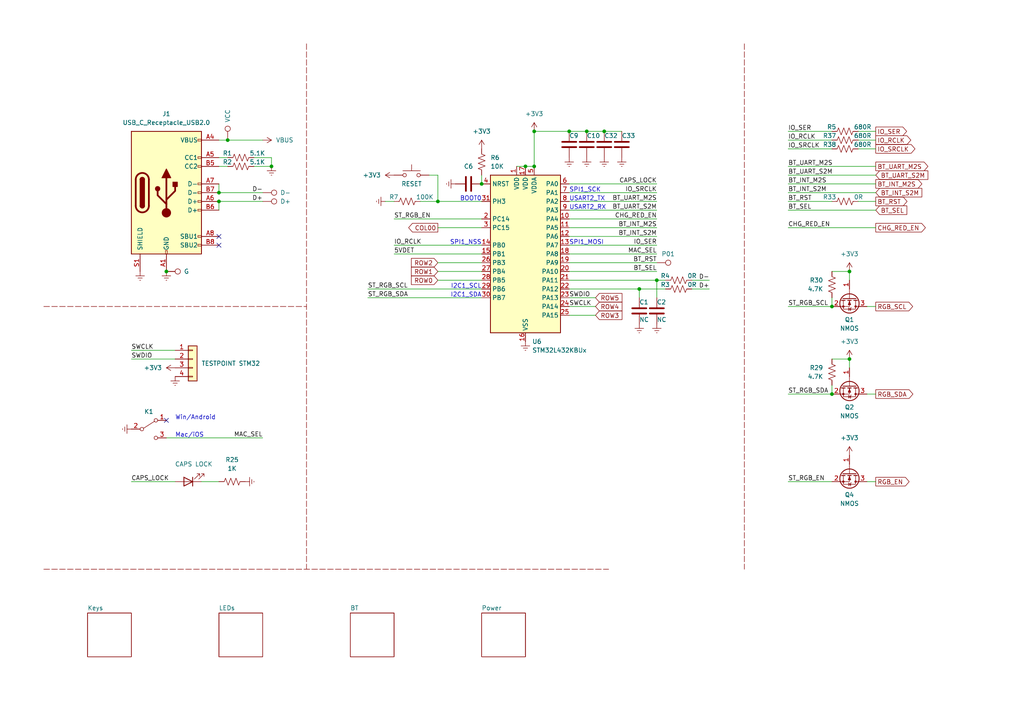
<source format=kicad_sch>
(kicad_sch (version 20230121) (generator eeschema)
  (paper "A4")
  (title_block (title "Keychron K3 Pro") (date "2023-07-04"))
  (lib_symbols
    (symbol "Connector:TestPoint" (pin_numbers hide) (pin_names (offset 0.762) hide)
      (property "Reference" "TP" (at 0 6.858 0))
      (property "Value" "TestPoint" (at 0 5.08 0))
      (symbol "TestPoint_0_1"
        (circle (center 0 3.302) (radius 0.762))
      )
      (symbol "TestPoint_1_1"
        (pin passive line (at 0 0 90) (length 2.54) (name "1") (number "1"))
      )
    )
    (symbol "Connector:USB_C_Receptacle_USB2.0" (pin_names (offset 1.016))
      (property "Reference" "J" (at -10.16 19.05 0))
      (property "Value" "USB_C_Receptacle_USB2.0" (at 19.05 19.05 0))
      (symbol "USB_C_Receptacle_USB2.0_0_0"
        (rectangle (start -0.254 -17.78) (end 0.254 -16.764))
        (rectangle (start 10.16 -14.986) (end 9.144 -15.494))
        (rectangle (start 10.16 -12.446) (end 9.144 -12.954))
        (rectangle (start 10.16 -4.826) (end 9.144 -5.334))
        (rectangle (start 10.16 -2.286) (end 9.144 -2.794))
        (rectangle (start 10.16 0.254) (end 9.144 -0.254))
        (rectangle (start 10.16 2.794) (end 9.144 2.286))
        (rectangle (start 10.16 7.874) (end 9.144 7.366))
        (rectangle (start 10.16 10.414) (end 9.144 9.906))
        (rectangle (start 10.16 15.494) (end 9.144 14.986))
      )
      (symbol "USB_C_Receptacle_USB2.0_0_1"
        (rectangle (start -10.16 17.78) (end 10.16 -17.78) (stroke (width 0.254)) (fill (type background)))
        (arc (start -8.89 -3.81) (mid -6.985 -5.7067) (end -5.08 -3.81) (stroke (width 0.508)))
        (arc (start -7.62 -3.81) (mid -6.985 -4.4423) (end -6.35 -3.81) (stroke (width 0.254)))
        (arc (start -7.62 -3.81) (mid -6.985 -4.4423) (end -6.35 -3.81) (stroke (width 0.254)) (fill (type outline)))
        (rectangle (start -7.62 -3.81) (end -6.35 3.81) (stroke (width 0.254)) (fill (type outline)))
        (arc (start -6.35 3.81) (mid -6.985 4.4423) (end -7.62 3.81) (stroke (width 0.254)))
        (arc (start -6.35 3.81) (mid -6.985 4.4423) (end -7.62 3.81) (stroke (width 0.254)) (fill (type outline)))
        (arc (start -5.08 3.81) (mid -6.985 5.7067) (end -8.89 3.81) (stroke (width 0.508)))
        (circle (center -2.54 1.143) (radius 0.635) (stroke (width 0.254)) (fill (type outline)))
        (circle (center 0 -5.842) (radius 1.27) (fill (type outline)))
        (polyline (pts (xy -8.89 -3.81) (xy -8.89 3.81)) (stroke (width 0.508)))
        (polyline (pts (xy -5.08 3.81) (xy -5.08 -3.81)) (stroke (width 0.508)))
        (polyline (pts (xy 0 -5.842) (xy 0 4.318)) (stroke (width 0.508)))
        (polyline (pts (xy 0 -3.302) (xy -2.54 -0.762) (xy -2.54 0.508)) (stroke (width 0.508)))
        (polyline (pts (xy 0 -2.032) (xy 2.54 0.508) (xy 2.54 1.778)) (stroke (width 0.508)))
        (polyline (pts (xy -1.27 4.318) (xy 0 6.858) (xy 1.27 4.318) (xy -1.27 4.318)) (stroke (width 0.254)) (fill (type outline)))
        (rectangle (start 1.905 1.778) (end 3.175 3.048) (stroke (width 0.254)) (fill (type outline)))
      )
      (symbol "USB_C_Receptacle_USB2.0_1_1"
        (pin passive line (at 0 -22.86 90) (length 5.08) (name "GND") (number "A1"))
        (pin passive line (at 0 -22.86 90) (length 5.08) hide (name "GND") (number "A12"))
        (pin passive line (at 15.24 15.24 180) (length 5.08) (name "VBUS") (number "A4"))
        (pin bidirectional line (at 15.24 10.16 180) (length 5.08) (name "CC1") (number "A5"))
        (pin bidirectional line (at 15.24 -2.54 180) (length 5.08) (name "D+") (number "A6"))
        (pin bidirectional line (at 15.24 2.54 180) (length 5.08) (name "D-") (number "A7"))
        (pin bidirectional line (at 15.24 -12.7 180) (length 5.08) (name "SBU1") (number "A8"))
        (pin passive line (at 15.24 15.24 180) (length 5.08) hide (name "VBUS") (number "A9"))
        (pin passive line (at 0 -22.86 90) (length 5.08) hide (name "GND") (number "B1"))
        (pin passive line (at 0 -22.86 90) (length 5.08) hide (name "GND") (number "B12"))
        (pin passive line (at 15.24 15.24 180) (length 5.08) hide (name "VBUS") (number "B4"))
        (pin bidirectional line (at 15.24 7.62 180) (length 5.08) (name "CC2") (number "B5"))
        (pin bidirectional line (at 15.24 -5.08 180) (length 5.08) (name "D+") (number "B6"))
        (pin bidirectional line (at 15.24 0 180) (length 5.08) (name "D-") (number "B7"))
        (pin bidirectional line (at 15.24 -15.24 180) (length 5.08) (name "SBU2") (number "B8"))
        (pin passive line (at 15.24 15.24 180) (length 5.08) hide (name "VBUS") (number "B9"))
        (pin passive line (at -7.62 -22.86 90) (length 5.08) (name "SHIELD") (number "S1"))
      )
    )
    (symbol "Connector_Generic:Conn_01x04" (pin_names (offset 1.016) hide)
      (property "Reference" "J" (at 0 5.08 0))
      (property "Value" "Conn_01x04" (at 0 -7.62 0))
      (symbol "Conn_01x04_1_1"
        (rectangle (start -1.27 -4.953) (end 0 -5.207) (stroke (width 0.1524)))
        (rectangle (start -1.27 -2.413) (end 0 -2.667) (stroke (width 0.1524)))
        (rectangle (start -1.27 0.127) (end 0 -0.127) (stroke (width 0.1524)))
        (rectangle (start -1.27 2.667) (end 0 2.413) (stroke (width 0.1524)))
        (rectangle (start -1.27 3.81) (end 1.27 -6.35) (stroke (width 0.254)) (fill (type background)))
        (pin passive line (at -5.08 2.54 0) (length 3.81) (name "Pin_1") (number "1"))
        (pin passive line (at -5.08 0 0) (length 3.81) (name "Pin_2") (number "2"))
        (pin passive line (at -5.08 -2.54 0) (length 3.81) (name "Pin_3") (number "3"))
        (pin passive line (at -5.08 -5.08 0) (length 3.81) (name "Pin_4") (number "4"))
      )
    )
    (symbol "Device:C" (pin_numbers hide) (pin_names (offset 0.254))
      (property "Reference" "C" (at 0.635 2.54 0))
      (property "Value" "C" (at 0.635 -2.54 0))
      (symbol "C_0_1"
        (polyline (pts (xy -2.032 -0.762) (xy 2.032 -0.762)) (stroke (width 0.508)))
        (polyline (pts (xy -2.032 0.762) (xy 2.032 0.762)) (stroke (width 0.508)))
      )
      (symbol "C_1_1"
        (pin passive line (at 0 3.81 270) (length 2.794) (name "~") (number "1"))
        (pin passive line (at 0 -3.81 90) (length 2.794) (name "~") (number "2"))
      )
    )
    (symbol "Device:LED" (pin_numbers hide) (pin_names (offset 1.016) hide)
      (property "Reference" "D" (at 0 2.54 0))
      (property "Value" "LED" (at 0 -2.54 0))
      (symbol "LED_0_1"
        (polyline (pts (xy -1.27 -1.27) (xy -1.27 1.27)) (stroke (width 0.254)))
        (polyline (pts (xy -1.27 0) (xy 1.27 0)))
        (polyline (pts (xy 1.27 -1.27) (xy 1.27 1.27) (xy -1.27 0) (xy 1.27 -1.27)) (stroke (width 0.254)))
        (polyline (pts (xy -3.048 -0.762) (xy -4.572 -2.286) (xy -3.81 -2.286) (xy -4.572 -2.286) (xy -4.572 -1.524)))
        (polyline (pts (xy -1.778 -0.762) (xy -3.302 -2.286) (xy -2.54 -2.286) (xy -3.302 -2.286) (xy -3.302 -1.524)))
      )
      (symbol "LED_1_1"
        (pin passive line (at -3.81 0 0) (length 2.54) (name "K") (number "1"))
        (pin passive line (at 3.81 0 180) (length 2.54) (name "A") (number "2"))
      )
    )
    (symbol "Device:Q_NMOS_GSD" (pin_names (offset 0) hide)
      (property "Reference" "Q" (at 5.08 1.27 0))
      (property "Value" "Q_NMOS_GSD" (at 5.08 -1.27 0))
      (symbol "Q_NMOS_GSD_0_1"
        (polyline (pts (xy 0.254 0) (xy -2.54 0)))
        (polyline (pts (xy 0.254 1.905) (xy 0.254 -1.905)) (stroke (width 0.254)))
        (polyline (pts (xy 0.762 -1.27) (xy 0.762 -2.286)) (stroke (width 0.254)))
        (polyline (pts (xy 0.762 0.508) (xy 0.762 -0.508)) (stroke (width 0.254)))
        (polyline (pts (xy 0.762 2.286) (xy 0.762 1.27)) (stroke (width 0.254)))
        (polyline (pts (xy 2.54 2.54) (xy 2.54 1.778)))
        (polyline (pts (xy 2.54 -2.54) (xy 2.54 0) (xy 0.762 0)))
        (polyline (pts (xy 0.762 -1.778) (xy 3.302 -1.778) (xy 3.302 1.778) (xy 0.762 1.778)))
        (polyline (pts (xy 1.016 0) (xy 2.032 0.381) (xy 2.032 -0.381) (xy 1.016 0)) (fill (type outline)))
        (polyline (pts (xy 2.794 0.508) (xy 2.921 0.381) (xy 3.683 0.381) (xy 3.81 0.254)))
        (polyline (pts (xy 3.302 0.381) (xy 2.921 -0.254) (xy 3.683 -0.254) (xy 3.302 0.381)))
        (circle (center 1.651 0) (radius 2.794) (stroke (width 0.254)))
        (circle (center 2.54 -1.778) (radius 0.254) (fill (type outline)))
        (circle (center 2.54 1.778) (radius 0.254) (fill (type outline)))
      )
      (symbol "Q_NMOS_GSD_1_1"
        (pin input line (at -5.08 0 0) (length 2.54) (name "G") (number "1"))
        (pin passive line (at 2.54 -5.08 90) (length 2.54) (name "S") (number "2"))
        (pin passive line (at 2.54 5.08 270) (length 2.54) (name "D") (number "3"))
      )
    )
    (symbol "Device:R_US" (pin_numbers hide) (pin_names (offset 0))
      (property "Reference" "R" (at 2.54 0 90))
      (property "Value" "R_US" (at -2.54 0 90))
      (symbol "R_US_0_1"
        (polyline (pts (xy 0 -2.286) (xy 0 -2.54)))
        (polyline (pts (xy 0 2.286) (xy 0 2.54)))
        (polyline (pts (xy 0 -0.762) (xy 1.016 -1.143) (xy 0 -1.524) (xy -1.016 -1.905) (xy 0 -2.286)))
        (polyline (pts (xy 0 0.762) (xy 1.016 0.381) (xy 0 0) (xy -1.016 -0.381) (xy 0 -0.762)))
        (polyline (pts (xy 0 2.286) (xy 1.016 1.905) (xy 0 1.524) (xy -1.016 1.143) (xy 0 0.762)))
      )
      (symbol "R_US_1_1"
        (pin passive line (at 0 3.81 270) (length 1.27) (name "~") (number "1"))
        (pin passive line (at 0 -3.81 90) (length 1.27) (name "~") (number "2"))
      )
    )
    (symbol "MCU_ST_STM32L4:STM32L432KBUx"
      (property "Reference" "U" (at -10.16 24.13 0))
      (property "Value" "STM32L432KBUx" (at 5.08 24.13 0))
      (symbol "STM32L432KBUx_0_1"
        (rectangle (start -10.16 -22.86) (end 10.16 22.86) (stroke (width 0.254)) (fill (type background)))
      )
      (symbol "STM32L432KBUx_1_1"
        (pin power_in line (at -2.54 25.4 270) (length 2.54) (name "VDD") (number "1"))
        (pin bidirectional line (at 12.7 10.16 180) (length 2.54) (name "PA4") (number "10"))
        (pin bidirectional line (at 12.7 7.62 180) (length 2.54) (name "PA5") (number "11"))
        (pin bidirectional line (at 12.7 5.08 180) (length 2.54) (name "PA6") (number "12"))
        (pin bidirectional line (at 12.7 2.54 180) (length 2.54) (name "PA7") (number "13"))
        (pin bidirectional line (at -12.7 2.54 0) (length 2.54) (name "PB0") (number "14"))
        (pin bidirectional line (at -12.7 0 0) (length 2.54) (name "PB1") (number "15"))
        (pin power_in line (at 0 -25.4 90) (length 2.54) (name "VSS") (number "16"))
        (pin power_in line (at 0 25.4 270) (length 2.54) (name "VDD") (number "17"))
        (pin bidirectional line (at 12.7 0 180) (length 2.54) (name "PA8") (number "18"))
        (pin bidirectional line (at 12.7 -2.54 180) (length 2.54) (name "PA9") (number "19"))
        (pin bidirectional line (at -12.7 10.16 0) (length 2.54) (name "PC14") (number "2"))
        (pin bidirectional line (at 12.7 -5.08 180) (length 2.54) (name "PA10") (number "20"))
        (pin bidirectional line (at 12.7 -7.62 180) (length 2.54) (name "PA11") (number "21"))
        (pin bidirectional line (at 12.7 -10.16 180) (length 2.54) (name "PA12") (number "22"))
        (pin bidirectional line (at 12.7 -12.7 180) (length 2.54) (name "PA13") (number "23"))
        (pin bidirectional line (at 12.7 -15.24 180) (length 2.54) (name "PA14") (number "24"))
        (pin bidirectional line (at 12.7 -17.78 180) (length 2.54) (name "PA15") (number "25"))
        (pin bidirectional line (at -12.7 -2.54 0) (length 2.54) (name "PB3") (number "26"))
        (pin bidirectional line (at -12.7 -5.08 0) (length 2.54) (name "PB4") (number "27"))
        (pin bidirectional line (at -12.7 -7.62 0) (length 2.54) (name "PB5") (number "28"))
        (pin bidirectional line (at -12.7 -10.16 0) (length 2.54) (name "PB6") (number "29"))
        (pin bidirectional line (at -12.7 7.62 0) (length 2.54) (name "PC15") (number "3"))
        (pin bidirectional line (at -12.7 -12.7 0) (length 2.54) (name "PB7") (number "30"))
        (pin bidirectional line (at -12.7 15.24 0) (length 2.54) (name "PH3") (number "31"))
        (pin passive line (at 0 -25.4 90) (length 2.54) hide (name "VSS") (number "32"))
        (pin passive line (at 0 -25.4 90) (length 2.54) hide (name "VSS") (number "33"))
        (pin input line (at -12.7 20.32 0) (length 2.54) (name "NRST") (number "4"))
        (pin power_in line (at 2.54 25.4 270) (length 2.54) (name "VDDA") (number "5"))
        (pin bidirectional line (at 12.7 20.32 180) (length 2.54) (name "PA0") (number "6"))
        (pin bidirectional line (at 12.7 17.78 180) (length 2.54) (name "PA1") (number "7"))
        (pin bidirectional line (at 12.7 15.24 180) (length 2.54) (name "PA2") (number "8"))
        (pin bidirectional line (at 12.7 12.7 180) (length 2.54) (name "PA3") (number "9"))
      )
    )
    (symbol "Switch:SW_Push" (pin_numbers hide) (pin_names (offset 1.016) hide)
      (property "Reference" "SW" (at 1.27 2.54 0))
      (property "Value" "SW_Push" (at 0 -1.524 0))
      (symbol "SW_Push_0_1"
        (circle (center -2.032 0) (radius 0.508))
        (polyline (pts (xy 0 1.27) (xy 0 3.048)))
        (polyline (pts (xy 2.54 1.27) (xy -2.54 1.27)))
        (circle (center 2.032 0) (radius 0.508))
        (pin passive line (at -5.08 0 0) (length 2.54) (name "1") (number "1"))
        (pin passive line (at 5.08 0 180) (length 2.54) (name "2") (number "2"))
      )
    )
    (symbol "Switch:SW_SPDT" (pin_names (offset 0) hide)
      (property "Reference" "SW" (at 0 4.318 0))
      (property "Value" "SW_SPDT" (at 0 -5.08 0))
      (symbol "SW_SPDT_0_0"
        (circle (center -2.032 0) (radius 0.508))
        (circle (center 2.032 -2.54) (radius 0.508))
      )
      (symbol "SW_SPDT_0_1"
        (polyline (pts (xy -1.524 0.254) (xy 1.651 2.286)))
        (circle (center 2.032 2.54) (radius 0.508))
      )
      (symbol "SW_SPDT_1_1"
        (pin passive line (at 5.08 2.54 180) (length 2.54) (name "A") (number "1"))
        (pin passive line (at -5.08 0 0) (length 2.54) (name "B") (number "2"))
        (pin passive line (at 5.08 -2.54 180) (length 2.54) (name "C") (number "3"))
      )
    )
    (symbol "power:+3V3" (power) (pin_names (offset 0))
      (property "Value" "+3V3" (at 0 3.556 0))
      (symbol "+3V3_0_1"
        (polyline (pts (xy -0.762 1.27) (xy 0 2.54)))
        (polyline (pts (xy 0 0) (xy 0 2.54)))
        (polyline (pts (xy 0 2.54) (xy 0.762 1.27)))
      )
      (symbol "+3V3_1_1"
        (pin power_in line (at 0 0 90) (length 0) hide (name "+3V3") (number "1"))
      )
    )
    (symbol "power:GNDREF" (power) (pin_names (offset 0))
      (property "Value" "GNDREF" (at 0 -3.81 0))
      (symbol "GNDREF_0_1"
        (polyline (pts (xy -0.635 -1.905) (xy 0.635 -1.905)))
        (polyline (pts (xy -0.127 -2.54) (xy 0.127 -2.54)))
        (polyline (pts (xy 0 -1.27) (xy 0 0)))
        (polyline (pts (xy 1.27 -1.27) (xy -1.27 -1.27)))
      )
      (symbol "GNDREF_1_1"
        (pin power_in line (at 0 0 270) (length 0) hide (name "GNDREF") (number "1"))
      )
    )
    (symbol "power:VBUS" (power) (pin_names (offset 0))
      (property "Value" "VBUS" (at 0 3.81 0))
      (symbol "VBUS_0_1"
        (polyline (pts (xy -0.762 1.27) (xy 0 2.54)))
        (polyline (pts (xy 0 0) (xy 0 2.54)))
        (polyline (pts (xy 0 2.54) (xy 0.762 1.27)))
      )
      (symbol "VBUS_1_1"
        (pin power_in line (at 0 0 90) (length 0) hide (name "VBUS") (number "1"))
      )
    )
  )
  (junction (at 190.5 81.28))
  (junction (at 165.1 38.1))
  (junction (at 175.26 38.1))
  (junction (at 48.26 78.74))
  (junction (at 66.04 40.64))
  (junction (at 185.42 83.82))
  (junction (at 154.94 48.26))
  (junction (at 152.4 48.26))
  (junction (at 139.7 53.34))
  (junction (at 63.5 58.42))
  (junction (at 63.5 55.88))
  (junction (at 127 58.42))
  (junction (at 241.3 88.9))
  (junction (at 246.38 78.74))
  (junction (at 170.18 38.1))
  (junction (at 154.94 38.1))
  (junction (at 241.3 114.3))
  (junction (at 246.38 104.14))
  (junction (at 78.74 48.26))
  (no_connect (at 63.5 68.58))
  (no_connect (at 63.5 71.12))
  (no_connect (at 48.26 121.92))
  (wire (pts (xy 38.1 104.14) (xy 50.8 104.14)))
  (wire (pts (xy 228.6 139.7) (xy 241.3 139.7)))
  (wire (pts (xy 58.42 139.7) (xy 63.5 139.7)))
  (wire (pts (xy 246.38 78.74) (xy 246.38 81.28)))
  (wire (pts (xy 170.18 38.1) (xy 175.26 38.1)))
  (wire (pts (xy 228.6 40.64) (xy 241.3 40.64)))
  (wire (pts (xy 38.1 139.7) (xy 50.8 139.7)))
  (wire (pts (xy 185.42 83.82) (xy 185.42 86.36)))
  (wire (pts (xy 154.94 38.1) (xy 154.94 48.26)))
  (wire (pts (xy 63.5 58.42) (xy 63.5 60.96)))
  (wire (pts (xy 190.5 81.28) (xy 190.5 86.36)))
  (wire (pts (xy 241.3 104.14) (xy 246.38 104.14)))
  (wire (pts (xy 127 50.8) (xy 124.46 50.8)))
  (wire (pts (xy 76.2 58.42) (xy 63.5 58.42)))
  (wire (pts (xy 165.1 68.58) (xy 190.5 68.58)))
  (wire (pts (xy 165.1 86.36) (xy 172.72 86.36)))
  (wire (pts (xy 190.5 55.88) (xy 165.1 55.88)))
  (wire (pts (xy 165.1 91.44) (xy 172.72 91.44)))
  (wire (pts (xy 228.6 58.42) (xy 241.3 58.42)))
  (wire (pts (xy 114.3 71.12) (xy 139.7 71.12)))
  (wire (pts (xy 241.3 86.36) (xy 241.3 88.9)))
  (wire (pts (xy 248.92 38.1) (xy 254 38.1)))
  (wire (pts (xy 228.6 114.3) (xy 241.3 114.3)))
  (wire (pts (xy 165.1 73.66) (xy 190.5 73.66)))
  (wire (pts (xy 165.1 60.96) (xy 190.5 60.96)))
  (wire (pts (xy 200.66 83.82) (xy 205.74 83.82)))
  (wire (pts (xy 154.94 38.1) (xy 165.1 38.1)))
  (wire (pts (xy 246.38 104.14) (xy 246.38 106.68)))
  (wire (pts (xy 254 40.64) (xy 248.92 40.64)))
  (wire (pts (xy 241.3 78.74) (xy 246.38 78.74)))
  (wire (pts (xy 165.1 81.28) (xy 190.5 81.28)))
  (wire (pts (xy 254 43.18) (xy 248.92 43.18)))
  (wire (pts (xy 106.68 83.82) (xy 139.7 83.82)))
  (wire (pts (xy 63.5 40.64) (xy 66.04 40.64)))
  (wire (pts (xy 165.1 66.04) (xy 190.5 66.04)))
  (wire (pts (xy 190.5 81.28) (xy 193.04 81.28)))
  (wire (pts (xy 228.6 48.26) (xy 254 48.26)))
  (wire (pts (xy 48.26 127) (xy 76.2 127)))
  (wire (pts (xy 127 81.28) (xy 139.7 81.28)))
  (wire (pts (xy 63.5 48.26) (xy 66.04 48.26)))
  (wire (pts (xy 165.1 76.2) (xy 190.5 76.2)))
  (wire (pts (xy 228.6 50.8) (xy 254 50.8)))
  (wire (pts (xy 127 78.74) (xy 139.7 78.74)))
  (wire (pts (xy 63.5 45.72) (xy 66.04 45.72)))
  (wire (pts (xy 165.1 38.1) (xy 170.18 38.1)))
  (wire (pts (xy 114.3 63.5) (xy 139.7 63.5)))
  (wire (pts (xy 165.1 58.42) (xy 190.5 58.42)))
  (wire (pts (xy 185.42 83.82) (xy 193.04 83.82)))
  (wire (pts (xy 139.7 50.8) (xy 139.7 53.34)))
  (wire (pts (xy 254 139.7) (xy 251.46 139.7)))
  (wire (pts (xy 254 88.9) (xy 251.46 88.9)))
  (wire (pts (xy 152.4 48.26) (xy 154.94 48.26)))
  (wire (pts (xy 228.6 53.34) (xy 254 53.34)))
  (wire (pts (xy 106.68 86.36) (xy 139.7 86.36)))
  (wire (pts (xy 127 66.04) (xy 139.7 66.04)))
  (wire (pts (xy 228.6 60.96) (xy 254 60.96)))
  (wire (pts (xy 73.66 48.26) (xy 78.74 48.26)))
  (polyline (pts (xy 88.9 12.7) (xy 88.9 165.1)) (stroke (width 0) (type dash) (color 132 0 0 1)))
  (wire (pts (xy 63.5 55.88) (xy 76.2 55.88)))
  (wire (pts (xy 228.6 55.88) (xy 254 55.88)))
  (wire (pts (xy 228.6 43.18) (xy 241.3 43.18)))
  (wire (pts (xy 165.1 83.82) (xy 185.42 83.82)))
  (wire (pts (xy 165.1 63.5) (xy 190.5 63.5)))
  (wire (pts (xy 78.74 45.72) (xy 78.74 48.26)))
  (wire (pts (xy 228.6 66.04) (xy 254 66.04)))
  (wire (pts (xy 165.1 88.9) (xy 172.72 88.9)))
  (polyline (pts (xy 12.7 88.9) (xy 88.9 88.9)) (stroke (width 0) (type dash) (color 132 0 0 1)))
  (wire (pts (xy 114.3 73.66) (xy 139.7 73.66)))
  (wire (pts (xy 200.66 81.28) (xy 205.74 81.28)))
  (wire (pts (xy 165.1 53.34) (xy 190.5 53.34)))
  (wire (pts (xy 228.6 88.9) (xy 241.3 88.9)))
  (polyline (pts (xy 12.7 165.1) (xy 176.53 165.1)) (stroke (width 0) (type dash) (color 132 0 0 1)))
  (wire (pts (xy 127 58.42) (xy 139.7 58.42)))
  (wire (pts (xy 127 76.2) (xy 139.7 76.2)))
  (wire (pts (xy 127 58.42) (xy 121.92 58.42)))
  (wire (pts (xy 228.6 38.1) (xy 241.3 38.1)))
  (wire (pts (xy 66.04 40.64) (xy 76.2 40.64)))
  (wire (pts (xy 241.3 111.76) (xy 241.3 114.3)))
  (wire (pts (xy 149.86 48.26) (xy 152.4 48.26)))
  (wire (pts (xy 127 50.8) (xy 127 58.42)))
  (wire (pts (xy 190.5 71.12) (xy 165.1 71.12)))
  (wire (pts (xy 111.76 58.42) (xy 114.3 58.42)))
  (wire (pts (xy 175.26 38.1) (xy 180.34 38.1)))
  (wire (pts (xy 63.5 53.34) (xy 63.5 55.88)))
  (wire (pts (xy 73.66 45.72) (xy 78.74 45.72)))
  (wire (pts (xy 38.1 101.6) (xy 50.8 101.6)))
  (wire (pts (xy 254 114.3) (xy 251.46 114.3)))
  (polyline (pts (xy 215.9 12.7) (xy 215.9 165.1)) (stroke (width 0) (type dash) (color 132 0 0 1)))
  (wire (pts (xy 248.92 58.42) (xy 254 58.42)))
  (wire (pts (xy 165.1 78.74) (xy 190.5 78.74)))
  (text "USART2_RX" (at 165.1 60.96 0) (effects (font (size 1.27 1.27)) (justify left bottom)))
  (text "SPI1_NSS" (at 139.7 71.12 0) (effects (font (size 1.27 1.27)) (justify right bottom)))
  (text "I2C1_SDA" (at 139.7 86.36 0) (effects (font (size 1.27 1.27)) (justify right bottom)))
  (text "SPI1_MOSI" (at 165.1 71.12 0) (effects (font (size 1.27 1.27)) (justify left bottom)))
  (text "Mac/iOS" (at 50.8 127 0) (effects (font (size 1.27 1.27)) (justify left bottom)))
  (text "BOOT0" (at 139.7 58.42 0) (effects (font (size 1.27 1.27)) (justify right bottom)))
  (text "I2C1_SCL" (at 139.7 83.82 0) (effects (font (size 1.27 1.27)) (justify right bottom)))
  (text "USART2_TX" (at 165.1 58.42 0) (effects (font (size 1.27 1.27)) (justify left bottom)))
  (text "SPI1_SCK" (at 165.1 55.88 0) (effects (font (size 1.27 1.27)) (justify left bottom)))
  (text "Win/Android" (at 50.8 121.92 0) (effects (font (size 1.27 1.27)) (justify left bottom)))
  (label "IO_SER" (at 228.6 38.1 0))
  (label "MAC_SEL" (at 76.2 127 180))
  (label "BT_UART_M2S" (at 228.6 48.26 0))
  (label "SWCLK" (at 165.1 88.9 0))
  (label "IO_SRCLK" (at 228.6 43.18 0))
  (label "BT_INT_M2S" (at 190.5 66.04 180))
  (label "BT_SEL" (at 190.5 78.74 180))
  (label "IO_SER" (at 190.5 71.12 180))
  (label "D-" (at 205.74 81.28 180))
  (label "ST_RGB_SCL" (at 228.6 88.9 0))
  (label "ST_RGB_EN" (at 114.3 63.5 0))
  (label "5VDET" (at 114.3 73.66 0))
  (label "D+" (at 205.74 83.82 180))
  (label "CAPS_LOCK" (at 38.1 139.7 0))
  (label "MAC_SEL" (at 190.5 73.66 180))
  (label "ST_RGB_SDA" (at 106.68 86.36 0))
  (label "IO_SRCLK" (at 190.5 55.88 180))
  (label "BT_INT_M2S" (at 228.6 53.34 0))
  (label "SWCLK" (at 38.1 101.6 0))
  (label "BT_UART_S2M" (at 228.6 50.8 0))
  (label "ST_RGB_EN" (at 228.6 139.7 0))
  (label "CHG_RED_EN" (at 228.6 66.04 0))
  (label "SWDIO" (at 165.1 86.36 0))
  (label "BT_RST" (at 190.5 76.2 180))
  (label "CHG_RED_EN" (at 190.5 63.5 180))
  (label "BT_INT_S2M" (at 190.5 68.58 180))
  (label "BT_RST" (at 228.6 58.42 0))
  (label "SWDIO" (at 38.1 104.14 0))
  (label "BT_UART_M2S" (at 190.5 58.42 180))
  (label "IO_RCLK" (at 228.6 40.64 0))
  (label "BT_SEL" (at 228.6 60.96 0))
  (label "BT_INT_S2M" (at 228.6 55.88 0))
  (label "BT_UART_S2M" (at 190.5 60.96 180))
  (label "IO_RCLK" (at 114.3 71.12 0))
  (label "D+" (at 76.2 58.42 180))
  (label "CAPS_LOCK" (at 190.5 53.34 180))
  (label "D-" (at 76.2 55.88 180))
  (label "ST_RGB_SCL" (at 106.68 83.82 0))
  (label "ST_RGB_SDA" (at 228.6 114.3 0))
  (global_label "BT_UART_S2M" (shape input) (at 254 50.8 0) (property "Intersheetrefs" "${INTERSHEET_REFS}" (effects hide)))
  (global_label "CHG_RED_EN" (shape output) (at 254 66.04 0) (property "Intersheetrefs" "${INTERSHEET_REFS}" (effects hide)))
  (global_label "ROW1" (shape input) (at 127 78.74 180) (property "Intersheetrefs" "${INTERSHEET_REFS}" (effects hide)))
  (global_label "BT_RST" (shape output) (at 254 58.42 0) (property "Intersheetrefs" "${INTERSHEET_REFS}" (effects hide)))
  (global_label "IO_SRCLK" (shape output) (at 254 43.18 0) (property "Intersheetrefs" "${INTERSHEET_REFS}" (effects hide)))
  (global_label "RGB_SDA" (shape output) (at 254 114.3 0) (property "Intersheetrefs" "${INTERSHEET_REFS}" (effects hide)))
  (global_label "BT_INT_M2S" (shape output) (at 254 53.34 0) (property "Intersheetrefs" "${INTERSHEET_REFS}" (effects hide)))
  (global_label "RGB_SCL" (shape output) (at 254 88.9 0) (property "Intersheetrefs" "${INTERSHEET_REFS}" (effects hide)))
  (global_label "IO_RCLK" (shape output) (at 254 40.64 0) (property "Intersheetrefs" "${INTERSHEET_REFS}" (effects hide)))
  (global_label "IO_SER" (shape output) (at 254 38.1 0) (property "Intersheetrefs" "${INTERSHEET_REFS}" (effects hide)))
  (global_label "ROW0" (shape input) (at 127 81.28 180) (property "Intersheetrefs" "${INTERSHEET_REFS}" (effects hide)))
  (global_label "BT_UART_M2S" (shape output) (at 254 48.26 0) (property "Intersheetrefs" "${INTERSHEET_REFS}" (effects hide)))
  (global_label "RGB_EN" (shape output) (at 254 139.7 0) (property "Intersheetrefs" "${INTERSHEET_REFS}" (effects hide)))
  (global_label "COL00" (shape output) (at 127 66.04 180) (property "Intersheetrefs" "${INTERSHEET_REFS}" (effects hide)))
  (global_label "ROW3" (shape input) (at 172.72 91.44 0) (property "Intersheetrefs" "${INTERSHEET_REFS}" (effects hide)))
  (global_label "BT_INT_S2M" (shape input) (at 254 55.88 0) (property "Intersheetrefs" "${INTERSHEET_REFS}" (effects hide)))
  (global_label "ROW4" (shape input) (at 172.72 88.9 0) (property "Intersheetrefs" "${INTERSHEET_REFS}" (effects hide)))
  (global_label "BT_SEL" (shape input) (at 254 60.96 0) (property "Intersheetrefs" "${INTERSHEET_REFS}" (effects hide)))
  (global_label "ROW5" (shape input) (at 172.72 86.36 0) (property "Intersheetrefs" "${INTERSHEET_REFS}" (effects hide)))
  (global_label "ROW2" (shape input) (at 127 76.2 180) (property "Intersheetrefs" "${INTERSHEET_REFS}" (effects hide)))
  (symbol (lib_id "Connector:TestPoint") (at 190.5 76.2 270) (unit 1)
    (property "Reference" "P01" (at 193.802 73.66 90))
    (property "Value" "TestPoint" (effects hide))
  )
  (symbol (lib_id "Device:R_US") (at 245.11 40.64 90) (unit 1)
    (property "Reference" "R37" (at 242.57 39.37 90) (effects (justify left)))
    (property "Value" "680R" (at 247.65 39.37 90) (effects (justify right)))
  )
  (symbol (lib_id "Device:C") (at 175.26 41.91 0) (unit 1)
    (property "Reference" "C32" (at 175.26 39.37 0) (effects (justify left)))
    (property "Value" "C" (effects hide))
  )
  (symbol (lib_id "Connector:TestPoint") (at 76.2 55.88 270) (unit 1)
    (property "Reference" "TP5" (effects hide))
    (property "Value" "D-" (at 81.28 55.88 90) (effects (justify left)))
  )
  (symbol (lib_id "power:GNDREF") (at 48.26 78.74 0) (unit 1)
    (property "Reference" "#PWR03" (effects hide))
    (property "Value" "GNDREF" (effects hide))
  )
  (symbol (lib_id "power:GNDREF") (at 180.34 45.72 0) (unit 1)
    (property "Reference" "#PWR057" (effects hide))
    (property "Value" "GNDREF" (effects hide))
  )
  (symbol (lib_id "Connector:TestPoint") (at 48.26 78.74 270) (unit 1)
    (property "Reference" "TP3" (effects hide))
    (property "Value" "G" (at 53.34 78.74 90) (effects (justify left)))
  )
  (symbol (lib_id "Device:C") (at 165.1 41.91 0) (unit 1)
    (property "Reference" "C9" (at 165.1 39.37 0) (effects (justify left)))
    (property "Value" "C" (effects hide))
  )
  (symbol (lib_id "Device:R_US") (at 139.7 46.99 180) (unit 1)
    (property "Reference" "R6" (at 142.24 45.72 0) (effects (justify right)))
    (property "Value" "10K" (at 142.24 48.26 0) (effects (justify right)))
  )
  (symbol (lib_id "Device:C") (at 170.18 41.91 0) (unit 1)
    (property "Reference" "C10" (at 170.18 39.37 0) (effects (justify left)))
    (property "Value" "C" (effects hide))
  )
  (symbol (lib_id "power:GNDREF") (at 132.08 53.34 270) (unit 1)
    (property "Reference" "#PWR027" (effects hide))
    (property "Value" "GNDREF" (effects hide))
  )
  (symbol (lib_id "power:GNDREF") (at 71.12 139.7 90) (unit 1)
    (property "Reference" "#PWR068" (effects hide))
    (property "Value" "GNDREF" (effects hide))
  )
  (symbol (lib_id "Device:Q_NMOS_GSD") (at 246.38 111.76 270) (unit 1)
    (property "Reference" "Q2" (at 246.38 118.11 90))
    (property "Value" "NMOS" (at 246.38 120.65 90))
  )
  (symbol (lib_id "Device:R_US") (at 196.85 83.82 90) (unit 1)
    (property "Reference" "R3" (at 194.31 82.55 90) (effects (justify left)))
    (property "Value" "0R" (at 199.39 82.55 90) (effects (justify right)))
  )
  (symbol (lib_id "Device:R_US") (at 69.85 45.72 90) (unit 1)
    (property "Reference" "R1" (at 67.31 44.45 90) (effects (justify left)))
    (property "Value" "5.1K" (at 72.39 44.45 90) (effects (justify right)))
  )
  (symbol (lib_id "Device:R_US") (at 67.31 139.7 90) (unit 1)
    (property "Reference" "R25" (at 67.31 133.35 90))
    (property "Value" "1K" (at 67.31 135.89 90))
  )
  (symbol (lib_id "power:GNDREF") (at 175.26 45.72 0) (unit 1)
    (property "Reference" "#PWR056" (effects hide))
    (property "Value" "GNDREF" (effects hide))
  )
  (symbol (lib_id "power:+3V3") (at 114.3 50.8 90) (unit 1)
    (property "Reference" "#PWR026" (effects hide))
    (property "Value" "+3V3" (at 110.49 50.8 90) (effects (justify left)))
  )
  (symbol (lib_id "power:+3V3") (at 50.8 106.68 90) (unit 1)
    (property "Reference" "#PWR010" (effects hide))
    (property "Value" "+3V3" (at 46.99 106.68 90) (effects (justify left)))
  )
  (symbol (lib_id "Device:R_US") (at 241.3 107.95 180) (unit 1)
    (property "Reference" "R29" (at 238.76 106.68 0) (effects (justify left)))
    (property "Value" "4.7K" (at 238.76 109.22 0) (effects (justify left)))
  )
  (symbol (lib_id "Switch:SW_Push") (at 119.38 50.8 0) (unit 1)
    (property "Reference" "RESET" (at 119.38 53.34 0))
    (property "Value" "RESET" (effects hide))
  )
  (symbol (lib_id "Device:R_US") (at 196.85 81.28 90) (unit 1)
    (property "Reference" "R4" (at 194.31 80.01 90) (effects (justify left)))
    (property "Value" "0R" (at 199.39 80.01 90) (effects (justify right)))
  )
  (symbol (lib_id "Device:C") (at 190.5 90.17 0) (unit 1)
    (property "Reference" "C2" (at 190.5 87.63 0) (effects (justify left)))
    (property "Value" "NC" (at 190.5 92.71 0) (effects (justify left)))
  )
  (symbol (lib_id "Device:R_US") (at 245.11 58.42 90) (unit 1)
    (property "Reference" "R33" (at 242.57 57.15 90) (effects (justify left)))
    (property "Value" "0R" (at 247.65 57.15 90) (effects (justify right)))
  )
  (symbol (lib_id "Device:C") (at 185.42 90.17 0) (unit 1)
    (property "Reference" "C1" (at 185.42 87.63 0) (effects (justify left)))
    (property "Value" "NC" (at 185.42 92.71 0) (effects (justify left)))
  )
  (symbol (lib_id "Connector:TestPoint") (at 76.2 58.42 270) (unit 1)
    (property "Reference" "TP6" (effects hide))
    (property "Value" "D+" (at 81.28 58.42 90) (effects (justify left)))
  )
  (symbol (lib_id "power:+3V3") (at 246.38 78.74 0) (unit 1)
    (property "Reference" "#PWR069" (effects hide))
    (property "Value" "+3V3" (at 246.38 73.66 0))
  )
  (symbol (lib_id "Device:R_US") (at 245.11 43.18 90) (unit 1)
    (property "Reference" "R38" (at 242.57 41.91 90) (effects (justify left)))
    (property "Value" "680R" (at 247.65 41.91 90) (effects (justify right)))
  )
  (symbol (lib_id "power:GNDREF") (at 40.64 78.74 0) (unit 1)
    (property "Reference" "#PWR02" (effects hide))
    (property "Value" "GNDREF" (effects hide))
  )
  (symbol (lib_id "Connector_Generic:Conn_01x04") (at 55.88 104.14 0) (unit 1)
    (property "Reference" "J2" (effects hide))
    (property "Value" "TESTPOINT STM32" (at 58.42 105.41 0) (effects (justify left)))
  )
  (symbol (lib_id "Device:R_US") (at 69.85 48.26 90) (unit 1)
    (property "Reference" "R2" (at 67.31 46.99 90) (effects (justify left)))
    (property "Value" "5.1K" (at 72.39 46.99 90) (effects (justify right)))
  )
  (symbol (lib_id "Device:C") (at 180.34 41.91 0) (unit 1)
    (property "Reference" "C33" (at 180.34 39.37 0) (effects (justify left)))
    (property "Value" "C" (effects hide))
  )
  (symbol (lib_id "Device:C") (at 135.89 53.34 90) (unit 1)
    (property "Reference" "C6" (at 135.89 48.26 90))
    (property "Value" "C" (effects hide))
  )
  (symbol (lib_id "Device:Q_NMOS_GSD") (at 246.38 137.16 270) (unit 1)
    (property "Reference" "Q4" (at 246.38 143.51 90))
    (property "Value" "NMOS" (at 246.38 146.05 90))
  )
  (symbol (lib_id "Device:Q_NMOS_GSD") (at 246.38 86.36 270) (unit 1)
    (property "Reference" "Q1" (at 246.38 92.71 90))
    (property "Value" "NMOS" (at 246.38 95.25 90))
  )
  (symbol (lib_id "power:VBUS") (at 76.2 40.64 270) (unit 1)
    (property "Reference" "#PWR01" (effects hide))
    (property "Value" "VBUS" (at 80.01 40.64 90) (effects (justify left)))
  )
  (symbol (lib_id "Device:R_US") (at 118.11 58.42 90) (unit 1)
    (property "Reference" "R7" (at 115.57 57.15 90) (effects (justify left)))
    (property "Value" "100K" (at 120.65 57.15 90) (effects (justify right)))
  )
  (symbol (lib_id "Device:R_US") (at 245.11 38.1 90) (unit 1)
    (property "Reference" "R5" (at 242.57 36.83 90) (effects (justify left)))
    (property "Value" "680R" (at 247.65 36.83 90) (effects (justify right)))
  )
  (symbol (lib_id "power:+3V3") (at 154.94 38.1 0) (unit 1)
    (property "Reference" "#PWR07" (effects hide))
    (property "Value" "+3V3" (at 154.94 33.02 0))
  )
  (symbol (lib_id "power:GNDREF") (at 152.4 99.06 0) (unit 1)
    (property "Reference" "#PWR04" (effects hide))
    (property "Value" "GNDREF" (effects hide))
  )
  (symbol (lib_id "power:GNDREF") (at 78.74 48.26 0) (unit 1)
    (property "Reference" "#PWR012" (effects hide))
    (property "Value" "GNDREF" (effects hide))
  )
  (symbol (lib_id "Switch:SW_SPDT") (at 43.18 124.46 0) (unit 1)
    (property "Reference" "K1" (at 43.18 119.38 0))
    (property "Value" "SW_SPDT" (effects hide))
  )
  (symbol (lib_id "Device:R_US") (at 241.3 82.55 180) (unit 1)
    (property "Reference" "R30" (at 238.76 81.28 0) (effects (justify left)))
    (property "Value" "4.7K" (at 238.76 83.82 0) (effects (justify left)))
  )
  (symbol (lib_id "Connector:TestPoint") (at 66.04 40.64 0) (unit 1)
    (property "Reference" "TP2" (effects hide))
    (property "Value" "VCC" (at 66.04 35.56 90) (effects (justify left)))
  )
  (symbol (lib_id "power:GNDREF") (at 38.1 124.46 270) (unit 1)
    (property "Reference" "#PWR059" (effects hide))
    (property "Value" "GNDREF" (effects hide))
  )
  (symbol (lib_id "power:GNDREF") (at 185.42 93.98 0) (unit 1)
    (property "Reference" "#PWR013" (effects hide))
    (property "Value" "GNDREF" (effects hide))
  )
  (symbol (lib_id "power:+3V3") (at 246.38 132.08 0) (unit 1)
    (property "Reference" "#PWR070" (effects hide))
    (property "Value" "+3V3" (at 246.38 127 0))
  )
  (symbol (lib_id "power:GNDREF") (at 111.76 58.42 270) (unit 1)
    (property "Reference" "#PWR058" (effects hide))
    (property "Value" "GNDREF" (effects hide))
  )
  (symbol (lib_id "power:GNDREF") (at 50.8 109.22 0) (unit 1)
    (property "Reference" "#PWR011" (effects hide))
    (property "Value" "GNDREF" (effects hide))
  )
  (symbol (lib_id "Device:LED") (at 54.61 139.7 180) (unit 1)
    (property "Reference" "D1" (effects hide))
    (property "Value" "CAPS LOCK" (at 56.1975 134.62 0))
  )
  (symbol (lib_id "power:GNDREF") (at 165.1 45.72 0) (unit 1)
    (property "Reference" "#PWR054" (effects hide))
    (property "Value" "GNDREF" (effects hide))
  )
  (symbol (lib_id "power:+3V3") (at 139.7 43.18 0) (unit 1)
    (property "Reference" "#PWR076" (effects hide))
    (property "Value" "+3V3" (at 139.7 38.1 0))
  )
  (symbol (lib_id "power:+3V3") (at 246.38 104.14 0) (unit 1)
    (property "Reference" "#PWR043" (effects hide))
    (property "Value" "+3V3" (at 246.38 99.06 0))
  )
  (symbol (lib_id "Connector:USB_C_Receptacle_USB2.0") (at 48.26 55.88 0) (unit 1)
    (property "Reference" "J1" (at 48.26 33.02 0))
    (property "Value" "USB_C_Receptacle_USB2.0" (at 48.26 35.56 0))
    (property "Datasheet" "https://www.usb.org/sites/default/files/documents/usb_type-c.zip" (effects hide))
  )
  (symbol (lib_id "power:GNDREF") (at 170.18 45.72 0) (unit 1)
    (property "Reference" "#PWR055" (effects hide))
    (property "Value" "GNDREF" (effects hide))
  )
  (symbol (lib_id "MCU_ST_STM32L4:STM32L432KBUx") (at 152.4 73.66 0) (unit 1)
    (property "Reference" "U6" (at 154.3559 99.06 0) (effects (justify left)))
    (property "Value" "STM32L432KBUx" (at 154.3559 101.6 0) (effects (justify left)))
    (property "Footprint" "Package_DFN_QFN:QFN-32-1EP_5x5mm_P0.5mm_EP3.45x3.45mm" (effects hide))
    (property "Datasheet" "https://www.st.com/resource/en/datasheet/stm32l432kb.pdf" (effects hide))
  )
  (symbol (lib_id "power:GNDREF") (at 190.5 93.98 0) (unit 1)
    (property "Reference" "#PWR014" (effects hide))
    (property "Value" "GNDREF" (effects hide))
  )
  (sheet (at 25.4 177.8) (size 12.7 12.7) (stroke (width 0.1524))
    (property "Sheetname" "Keys" (at 25.4 177.0884 0) (effects (justify left bottom)))
    (property "Sheetfile" "K3PRO_KEYS.kicad_sch" (effects hide))
  )
  (sheet (at 101.6 177.8) (size 12.7 12.7) (stroke (width 0.1524))
    (property "Sheetname" "BT" (at 101.6 177.0884 0) (effects (justify left bottom)))
    (property "Sheetfile" "K3PRO_BT.kicad_sch" (effects hide))
  )
  (sheet (at 139.7 177.8) (size 12.7 12.7) (stroke (width 0.1524))
    (property "Sheetname" "Power" (at 139.7 177.0884 0) (effects (justify left bottom)))
    (property "Sheetfile" "K3PRO_POWER.kicad_sch" (effects hide))
  )
  (sheet (at 63.5 177.8) (size 12.7 12.7) (stroke (width 0.1524))
    (property "Sheetname" "LEDs" (at 63.5 177.0884 0) (effects (justify left bottom)))
    (property "Sheetfile" "K3PRO_LEDS.kicad_sch" (effects hide))
  )
)
</source>
